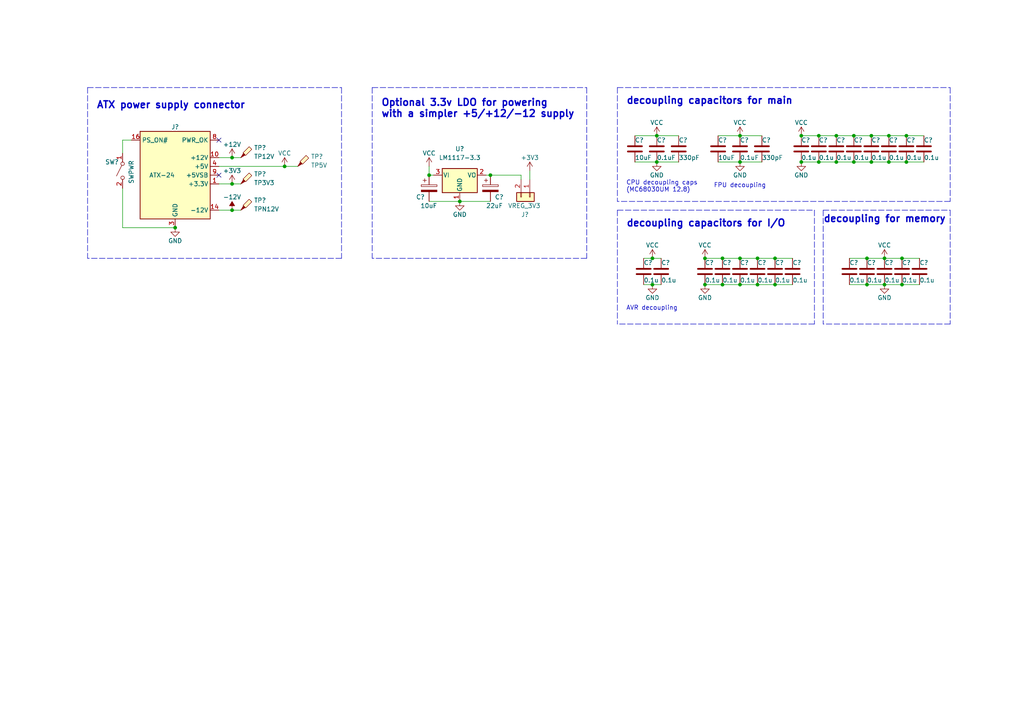
<source format=kicad_sch>
(kicad_sch (version 20211123) (generator eeschema)
  (paper "A4")
  (title_block (title "68030 computer") (date "2022-02-04") (rev "1") (comment 1 "https://github.com/jtsiomb/m68kcomputer2") (comment 2 "Free hardware design - GNU General Public License v3") (comment 3 "Copyright (C) 2022 John Tsiombikas <nuclear@member.fsf.org>"))
  (lib_symbols
    (symbol "Connector:ATX-24"
      (property "Reference" "J" (at -8.89 13.97 0))
      (property "Value" "ATX-24" (at 6.35 13.97 0))
      (symbol "ATX-24_0_1"
        (rectangle (start -10.16 12.7) (end 10.16 -12.7) (stroke (width 0.254)) (fill (type background)))
      )
      (symbol "ATX-24_1_1"
        (pin power_out line (at 12.7 -2.54 180) (length 2.54) (name "+3.3V") (number "1"))
        (pin power_out line (at 12.7 5.08 180) (length 2.54) (name "+12V") (number "10"))
        (pin passive line (at 12.7 5.08 180) (length 2.54) hide (name "+12V") (number "11"))
        (pin passive line (at 12.7 -2.54 180) (length 2.54) hide (name "+3.3V") (number "12"))
        (pin passive line (at 12.7 -2.54 180) (length 2.54) hide (name "+3.3V") (number "13"))
        (pin power_out line (at 12.7 -10.16 180) (length 2.54) (name "-12V") (number "14"))
        (pin passive line (at 0 -15.24 90) (length 2.54) hide (name "GND") (number "15"))
        (pin open_collector line (at -12.7 10.16 0) (length 2.54) (name "PS_ON#") (number "16"))
        (pin passive line (at 0 -15.24 90) (length 2.54) hide (name "GND") (number "17"))
        (pin passive line (at 0 -15.24 90) (length 2.54) hide (name "GND") (number "18"))
        (pin passive line (at 0 -15.24 90) (length 2.54) hide (name "GND") (number "19"))
        (pin passive line (at 12.7 -2.54 180) (length 2.54) hide (name "+3.3V") (number "2"))
        (pin no_connect line (at -10.16 0 0) (length 2.54) hide (name "NC") (number "20"))
        (pin passive line (at 12.7 2.54 180) (length 2.54) hide (name "+5V") (number "21"))
        (pin passive line (at 12.7 2.54 180) (length 2.54) hide (name "+5V") (number "22"))
        (pin passive line (at 12.7 2.54 180) (length 2.54) hide (name "+5V") (number "23"))
        (pin passive line (at 0 -15.24 90) (length 2.54) hide (name "GND") (number "24"))
        (pin power_out line (at 0 -15.24 90) (length 2.54) (name "GND") (number "3"))
        (pin power_out line (at 12.7 2.54 180) (length 2.54) (name "+5V") (number "4"))
        (pin passive line (at 0 -15.24 90) (length 2.54) hide (name "GND") (number "5"))
        (pin passive line (at 12.7 2.54 180) (length 2.54) hide (name "+5V") (number "6"))
        (pin passive line (at 0 -15.24 90) (length 2.54) hide (name "GND") (number "7"))
        (pin output line (at 12.7 10.16 180) (length 2.54) (name "PWR_OK") (number "8"))
        (pin power_out line (at 12.7 0 180) (length 2.54) (name "+5VSB") (number "9"))
      )
    )
    (symbol "Connector:TestPoint_Probe" (pin_numbers hide) (pin_names (offset 0.762) hide)
      (property "Reference" "TP" (at 1.651 5.842 0))
      (property "Value" "TestPoint_Probe" (at 1.651 4.064 0))
      (symbol "TestPoint_Probe_0_1"
        (polyline (pts (xy 1.27 0.762) (xy 0 0) (xy 0.762 1.27) (xy 1.27 0.762)) (fill (type outline)))
        (polyline (pts (xy 1.397 0.635) (xy 0.635 1.397) (xy 2.413 3.175) (xy 3.175 2.413) (xy 1.397 0.635)) (fill (type background)))
      )
      (symbol "TestPoint_Probe_1_1"
        (pin passive line (at 0 0 90) (length 0) (name "1") (number "1"))
      )
    )
    (symbol "Connector_Generic:Conn_01x02" (pin_names (offset 1.016) hide)
      (property "Reference" "J" (at 0 2.54 0))
      (property "Value" "Conn_01x02" (at 0 -5.08 0))
      (symbol "Conn_01x02_1_1"
        (rectangle (start -1.27 -2.413) (end 0 -2.667) (stroke (width 0.1524)))
        (rectangle (start -1.27 0.127) (end 0 -0.127) (stroke (width 0.1524)))
        (rectangle (start -1.27 1.27) (end 1.27 -3.81) (stroke (width 0.254)) (fill (type background)))
        (pin passive line (at -5.08 0 0) (length 3.81) (name "Pin_1") (number "1"))
        (pin passive line (at -5.08 -2.54 0) (length 3.81) (name "Pin_2") (number "2"))
      )
    )
    (symbol "Device:C" (pin_numbers hide) (pin_names (offset 0.254))
      (property "Reference" "C" (at 0.635 2.54 0))
      (property "Value" "C" (at 0.635 -2.54 0))
      (symbol "C_0_1"
        (polyline (pts (xy -2.032 -0.762) (xy 2.032 -0.762)) (stroke (width 0.508)))
        (polyline (pts (xy -2.032 0.762) (xy 2.032 0.762)) (stroke (width 0.508)))
      )
      (symbol "C_1_1"
        (pin passive line (at 0 3.81 270) (length 2.794) (name "~") (number "1"))
        (pin passive line (at 0 -3.81 90) (length 2.794) (name "~") (number "2"))
      )
    )
    (symbol "Device:C_Polarized" (pin_numbers hide) (pin_names (offset 0.254))
      (property "Reference" "C" (at 0.635 2.54 0))
      (property "Value" "C_Polarized" (at 0.635 -2.54 0))
      (symbol "C_Polarized_0_1"
        (rectangle (start -2.286 0.508) (end 2.286 1.016))
        (polyline (pts (xy -1.778 2.286) (xy -0.762 2.286)))
        (polyline (pts (xy -1.27 2.794) (xy -1.27 1.778)))
        (rectangle (start 2.286 -0.508) (end -2.286 -1.016) (fill (type outline)))
      )
      (symbol "C_Polarized_1_1"
        (pin passive line (at 0 3.81 270) (length 2.794) (name "~") (number "1"))
        (pin passive line (at 0 -3.81 90) (length 2.794) (name "~") (number "2"))
      )
    )
    (symbol "Regulator_Linear:LM1117-3.3" (pin_names (offset 0.254))
      (property "Reference" "U" (at -3.81 3.175 0))
      (property "Value" "LM1117-3.3" (at 0 3.175 0))
      (symbol "LM1117-3.3_0_1"
        (rectangle (start -5.08 -5.08) (end 5.08 1.905) (stroke (width 0.254)) (fill (type background)))
      )
      (symbol "LM1117-3.3_1_1"
        (pin power_in line (at 0 -7.62 90) (length 2.54) (name "GND") (number "1"))
        (pin power_out line (at 7.62 0 180) (length 2.54) (name "VO") (number "2"))
        (pin power_in line (at -7.62 0 0) (length 2.54) (name "VI") (number "3"))
      )
    )
    (symbol "Switch:SW_SPST" (pin_names (offset 0) hide)
      (property "Reference" "SW" (at 0 3.175 0))
      (property "Value" "SW_SPST" (at 0 -2.54 0))
      (symbol "SW_SPST_0_0"
        (circle (center -2.032 0) (radius 0.508))
        (polyline (pts (xy -1.524 0.254) (xy 1.524 1.778)))
        (circle (center 2.032 0) (radius 0.508))
      )
      (symbol "SW_SPST_1_1"
        (pin passive line (at -5.08 0 0) (length 2.54) (name "A") (number "1"))
        (pin passive line (at 5.08 0 180) (length 2.54) (name "B") (number "2"))
      )
    )
    (symbol "power:+12V" (power) (pin_names (offset 0))
      (property "Value" "+12V" (at 0 3.556 0))
      (symbol "+12V_0_1"
        (polyline (pts (xy -0.762 1.27) (xy 0 2.54)))
        (polyline (pts (xy 0 0) (xy 0 2.54)))
        (polyline (pts (xy 0 2.54) (xy 0.762 1.27)))
      )
      (symbol "+12V_1_1"
        (pin power_in line (at 0 0 90) (length 0) hide (name "+12V") (number "1"))
      )
    )
    (symbol "power:+3V3" (power) (pin_names (offset 0))
      (property "Value" "+3V3" (at 0 3.556 0))
      (symbol "+3V3_0_1"
        (polyline (pts (xy -0.762 1.27) (xy 0 2.54)))
        (polyline (pts (xy 0 0) (xy 0 2.54)))
        (polyline (pts (xy 0 2.54) (xy 0.762 1.27)))
      )
      (symbol "+3V3_1_1"
        (pin power_in line (at 0 0 90) (length 0) hide (name "+3V3") (number "1"))
      )
    )
    (symbol "power:-12V" (power) (pin_names (offset 0))
      (property "Value" "-12V" (at 0 3.81 0))
      (symbol "-12V_0_0"
        (pin power_in line (at 0 0 90) (length 0) hide (name "-12V") (number "1"))
      )
      (symbol "-12V_0_1"
        (polyline (pts (xy 0 0) (xy 0 1.27) (xy 0.762 1.27) (xy 0 2.54) (xy -0.762 1.27) (xy 0 1.27)) (fill (type outline)))
      )
    )
    (symbol "power:GND" (power) (pin_names (offset 0))
      (property "Value" "GND" (at 0 -3.81 0))
      (symbol "GND_0_1"
        (polyline (pts (xy 0 0) (xy 0 -1.27) (xy 1.27 -1.27) (xy 0 -2.54) (xy -1.27 -1.27) (xy 0 -1.27)))
      )
      (symbol "GND_1_1"
        (pin power_in line (at 0 0 270) (length 0) hide (name "GND") (number "1"))
      )
    )
    (symbol "power:VCC" (power) (pin_names (offset 0))
      (property "Value" "VCC" (at 0 3.81 0))
      (symbol "VCC_0_1"
        (polyline (pts (xy -0.762 1.27) (xy 0 2.54)))
        (polyline (pts (xy 0 0) (xy 0 2.54)))
        (polyline (pts (xy 0 2.54) (xy 0.762 1.27)))
      )
      (symbol "VCC_1_1"
        (pin power_in line (at 0 0 90) (length 0) hide (name "VCC") (number "1"))
      )
    )
  )
  (junction (at 214.63 46.99))
  (junction (at 209.55 82.55))
  (junction (at 251.46 74.93))
  (junction (at 190.5 46.99))
  (junction (at 214.63 39.37))
  (junction (at 256.54 74.93))
  (junction (at 209.55 74.93))
  (junction (at 247.65 39.37))
  (junction (at 50.8 66.04))
  (junction (at 237.49 46.99))
  (junction (at 224.79 82.55))
  (junction (at 257.81 46.99))
  (junction (at 262.89 46.99))
  (junction (at 262.89 39.37))
  (junction (at 142.24 50.8))
  (junction (at 219.71 74.93))
  (junction (at 189.23 82.55))
  (junction (at 237.49 39.37))
  (junction (at 82.55 48.26))
  (junction (at 189.23 74.93))
  (junction (at 242.57 39.37))
  (junction (at 252.73 39.37))
  (junction (at 214.63 82.55))
  (junction (at 247.65 46.99))
  (junction (at 251.46 82.55))
  (junction (at 67.31 60.96))
  (junction (at 67.31 53.34))
  (junction (at 232.41 46.99))
  (junction (at 204.47 74.93))
  (junction (at 257.81 39.37))
  (junction (at 133.35 58.42))
  (junction (at 204.47 82.55))
  (junction (at 214.63 74.93))
  (junction (at 261.62 74.93))
  (junction (at 124.46 50.8))
  (junction (at 232.41 39.37))
  (junction (at 219.71 82.55))
  (junction (at 190.5 39.37))
  (junction (at 224.79 74.93))
  (junction (at 252.73 46.99))
  (junction (at 256.54 82.55))
  (junction (at 242.57 46.99))
  (junction (at 67.31 45.72))
  (junction (at 261.62 82.55))
  (no_connect (at 63.5 50.8))
  (no_connect (at 63.5 40.64))
  (wire (pts (xy 262.89 39.37) (xy 267.97 39.37)))
  (polyline (pts (xy 238.76 60.96) (xy 275.59 60.96)))
  (wire (pts (xy 63.5 53.34) (xy 67.31 53.34)))
  (wire (pts (xy 242.57 39.37) (xy 247.65 39.37)))
  (wire (pts (xy 184.15 39.37) (xy 190.5 39.37)))
  (wire (pts (xy 204.47 74.93) (xy 209.55 74.93)))
  (wire (pts (xy 257.81 39.37) (xy 262.89 39.37)))
  (wire (pts (xy 63.5 60.96) (xy 67.31 60.96)))
  (wire (pts (xy 133.35 58.42) (xy 142.24 58.42)))
  (wire (pts (xy 204.47 82.55) (xy 209.55 82.55)))
  (wire (pts (xy 251.46 82.55) (xy 256.54 82.55)))
  (wire (pts (xy 261.62 74.93) (xy 266.7 74.93)))
  (wire (pts (xy 256.54 82.55) (xy 261.62 82.55)))
  (wire (pts (xy 124.46 58.42) (xy 133.35 58.42)))
  (polyline (pts (xy 107.95 25.4) (xy 170.18 25.4)))
  (wire (pts (xy 208.28 39.37) (xy 214.63 39.37)))
  (wire (pts (xy 189.23 74.93) (xy 191.77 74.93)))
  (wire (pts (xy 209.55 82.55) (xy 214.63 82.55)))
  (polyline (pts (xy 236.22 93.98) (xy 179.07 93.98)))
  (wire (pts (xy 214.63 46.99) (xy 220.98 46.99)))
  (wire (pts (xy 251.46 74.93) (xy 256.54 74.93)))
  (wire (pts (xy 262.89 46.99) (xy 267.97 46.99)))
  (wire (pts (xy 125.73 50.8) (xy 124.46 50.8)))
  (wire (pts (xy 140.97 50.8) (xy 142.24 50.8)))
  (wire (pts (xy 186.69 74.93) (xy 189.23 74.93)))
  (wire (pts (xy 63.5 48.26) (xy 82.55 48.26)))
  (wire (pts (xy 247.65 46.99) (xy 252.73 46.99)))
  (wire (pts (xy 35.56 66.04) (xy 50.8 66.04)))
  (wire (pts (xy 190.5 46.99) (xy 196.85 46.99)))
  (wire (pts (xy 67.31 53.34) (xy 69.85 53.34)))
  (wire (pts (xy 224.79 74.93) (xy 229.87 74.93)))
  (wire (pts (xy 214.63 82.55) (xy 219.71 82.55)))
  (polyline (pts (xy 275.59 60.96) (xy 275.59 93.98)))
  (wire (pts (xy 232.41 46.99) (xy 237.49 46.99)))
  (polyline (pts (xy 275.59 58.42) (xy 179.07 58.42)))
  (wire (pts (xy 124.46 48.26) (xy 124.46 50.8)))
  (wire (pts (xy 184.15 46.99) (xy 190.5 46.99)))
  (wire (pts (xy 224.79 82.55) (xy 229.87 82.55)))
  (wire (pts (xy 189.23 82.55) (xy 191.77 82.55)))
  (wire (pts (xy 35.56 40.64) (xy 35.56 44.45)))
  (polyline (pts (xy 179.07 60.96) (xy 236.22 60.96)))
  (polyline (pts (xy 99.06 74.93) (xy 25.4 74.93)))
  (wire (pts (xy 219.71 82.55) (xy 224.79 82.55)))
  (wire (pts (xy 153.67 52.07) (xy 153.67 49.53)))
  (wire (pts (xy 142.24 50.8) (xy 151.13 50.8)))
  (polyline (pts (xy 179.07 25.4) (xy 179.07 58.42)))
  (wire (pts (xy 242.57 46.99) (xy 247.65 46.99)))
  (polyline (pts (xy 170.18 25.4) (xy 170.18 74.93)))
  (wire (pts (xy 252.73 39.37) (xy 257.81 39.37)))
  (wire (pts (xy 190.5 39.37) (xy 196.85 39.37)))
  (wire (pts (xy 256.54 74.93) (xy 261.62 74.93)))
  (wire (pts (xy 67.31 60.96) (xy 69.85 60.96)))
  (wire (pts (xy 252.73 46.99) (xy 257.81 46.99)))
  (polyline (pts (xy 275.59 93.98) (xy 238.76 93.98)))
  (wire (pts (xy 214.63 39.37) (xy 220.98 39.37)))
  (wire (pts (xy 35.56 54.61) (xy 35.56 66.04)))
  (wire (pts (xy 67.31 45.72) (xy 69.85 45.72)))
  (wire (pts (xy 214.63 74.93) (xy 219.71 74.93)))
  (polyline (pts (xy 107.95 25.4) (xy 107.95 74.93)))
  (wire (pts (xy 186.69 82.55) (xy 189.23 82.55)))
  (wire (pts (xy 82.55 48.26) (xy 86.36 48.26)))
  (wire (pts (xy 209.55 74.93) (xy 214.63 74.93)))
  (polyline (pts (xy 238.76 60.96) (xy 238.76 93.98)))
  (polyline (pts (xy 275.59 25.4) (xy 275.59 58.42)))
  (polyline (pts (xy 170.18 74.93) (xy 107.95 74.93)))
  (polyline (pts (xy 25.4 25.4) (xy 99.06 25.4)))
  (wire (pts (xy 246.38 74.93) (xy 251.46 74.93)))
  (wire (pts (xy 246.38 82.55) (xy 251.46 82.55)))
  (polyline (pts (xy 179.07 25.4) (xy 275.59 25.4)))
  (wire (pts (xy 237.49 39.37) (xy 242.57 39.37)))
  (wire (pts (xy 219.71 74.93) (xy 224.79 74.93)))
  (wire (pts (xy 151.13 50.8) (xy 151.13 52.07)))
  (wire (pts (xy 35.56 40.64) (xy 38.1 40.64)))
  (wire (pts (xy 208.28 46.99) (xy 214.63 46.99)))
  (polyline (pts (xy 179.07 60.96) (xy 179.07 93.98)))
  (wire (pts (xy 63.5 45.72) (xy 67.31 45.72)))
  (wire (pts (xy 237.49 46.99) (xy 242.57 46.99)))
  (polyline (pts (xy 236.22 60.96) (xy 236.22 93.98)))
  (polyline (pts (xy 99.06 25.4) (xy 99.06 74.93)))
  (wire (pts (xy 232.41 39.37) (xy 237.49 39.37)))
  (polyline (pts (xy 25.4 25.4) (xy 25.4 74.93)))
  (wire (pts (xy 247.65 39.37) (xy 252.73 39.37)))
  (wire (pts (xy 257.81 46.99) (xy 262.89 46.99)))
  (wire (pts (xy 261.62 82.55) (xy 266.7 82.55)))
  (text "ATX power supply connector" (at 27.94 31.75 0) (effects (font (size 2 2) (thickness 0.4) bold) (justify left bottom)))
  (text "decoupling capacitors for main" (at 181.61 30.48 0) (effects (font (size 2 2) (thickness 0.4) bold) (justify left bottom)))
  (text "decoupling capacitors for I/O" (at 181.61 66.04 0) (effects (font (size 2 2) (thickness 0.4) bold) (justify left bottom)))
  (text "AVR decoupling" (at 181.61 90.17 0) (effects (font (size 1.27 1.27)) (justify left bottom)))
  (text "CPU decoupling caps\n(MC68030UM 12.8)" (at 181.61 55.88 0) (effects (font (size 1.27 1.27)) (justify left bottom)))
  (text "decoupling for memory" (at 238.76 64.77 0) (effects (font (size 2 2) (thickness 0.4) bold) (justify left bottom)))
  (text "Optional 3.3v LDO for powering\nwith a simpler +5/+12/-12 supply" (at 110.49 34.29 0) (effects (font (size 2 2) (thickness 0.4) bold) (justify left bottom)))
  (text "FPU decoupling" (at 207.01 54.61 0) (effects (font (size 1.27 1.27)) (justify left bottom)))
  (symbol (lib_id "power:VCC") (at 214.63 39.37 0) (unit 1)
    (property "Reference" "#PWR?" (effects hide))
    (property "Value" "VCC" (at 214.63 35.56 0))
  )
  (symbol (lib_id "Connector:TestPoint_Probe") (at 69.85 60.96 0) (unit 1)
    (property "Reference" "TP?" (at 73.66 58.1024 0) (effects (justify left)))
    (property "Value" "TPN12V" (at 73.66 60.6424 0) (effects (justify left)))
  )
  (symbol (lib_id "Device:C_Polarized") (at 142.24 54.61 0) (unit 1)
    (property "Reference" "C?" (at 143.51 57.15 0) (effects (justify left)))
    (property "Value" "22uF" (at 140.97 59.69 0) (effects (justify left)))
  )
  (symbol (lib_id "Device:C") (at 267.97 43.18 0) (unit 1)
    (property "Reference" "C?" (at 267.97 40.64 0) (effects (justify left)))
    (property "Value" "0.1u" (at 267.97 45.72 0) (effects (justify left)))
  )
  (symbol (lib_id "Device:C") (at 251.46 78.74 0) (unit 1)
    (property "Reference" "C?" (at 251.46 76.2 0) (effects (justify left)))
    (property "Value" "0.1u" (at 251.46 81.28 0) (effects (justify left)))
  )
  (symbol (lib_id "power:GND") (at 190.5 46.99 0) (unit 1)
    (property "Reference" "#PWR?" (effects hide))
    (property "Value" "GND" (at 190.5 50.8 0))
  )
  (symbol (lib_id "Device:C") (at 184.15 43.18 0) (unit 1)
    (property "Reference" "C?" (at 184.15 40.64 0) (effects (justify left)))
    (property "Value" "10uF" (at 184.15 45.72 0) (effects (justify left)))
  )
  (symbol (lib_id "Device:C") (at 220.98 43.18 0) (unit 1)
    (property "Reference" "C?" (at 220.98 40.64 0) (effects (justify left)))
    (property "Value" "330pF" (at 220.98 45.72 0) (effects (justify left)))
  )
  (symbol (lib_id "power:VCC") (at 82.55 48.26 0) (unit 1)
    (property "Reference" "#PWR?" (effects hide))
    (property "Value" "VCC" (at 82.55 44.45 0))
  )
  (symbol (lib_id "Device:C") (at 237.49 43.18 0) (unit 1)
    (property "Reference" "C?" (at 237.49 40.64 0) (effects (justify left)))
    (property "Value" "0.1u" (at 237.49 45.72 0) (effects (justify left)))
  )
  (symbol (lib_id "Switch:SW_SPST") (at 35.56 49.53 90) (mirror x) (unit 1)
    (property "Reference" "SW?" (at 30.48 46.99 90) (effects (justify right)))
    (property "Value" "SWPWR" (at 38.1 53.34 0) (effects (justify right)))
  )
  (symbol (lib_id "Device:C") (at 242.57 43.18 0) (unit 1)
    (property "Reference" "C?" (at 242.57 40.64 0) (effects (justify left)))
    (property "Value" "0.1u" (at 242.57 45.72 0) (effects (justify left)))
  )
  (symbol (lib_id "Device:C") (at 262.89 43.18 0) (unit 1)
    (property "Reference" "C?" (at 262.89 40.64 0) (effects (justify left)))
    (property "Value" "0.1u" (at 262.89 45.72 0) (effects (justify left)))
  )
  (symbol (lib_id "Device:C") (at 204.47 78.74 0) (unit 1)
    (property "Reference" "C?" (at 204.47 76.2 0) (effects (justify left)))
    (property "Value" "0.1u" (at 204.47 81.28 0) (effects (justify left)))
  )
  (symbol (lib_id "power:+3V3") (at 153.67 49.53 0) (unit 1)
    (property "Reference" "#PWR?" (effects hide))
    (property "Value" "+3V3" (at 153.67 45.72 0))
  )
  (symbol (lib_id "Device:C") (at 208.28 43.18 0) (unit 1)
    (property "Reference" "C?" (at 208.28 40.64 0) (effects (justify left)))
    (property "Value" "10uF" (at 208.28 45.72 0) (effects (justify left)))
  )
  (symbol (lib_id "power:GND") (at 232.41 46.99 0) (unit 1)
    (property "Reference" "#PWR?" (effects hide))
    (property "Value" "GND" (at 232.41 50.8 0))
  )
  (symbol (lib_id "Device:C") (at 209.55 78.74 0) (unit 1)
    (property "Reference" "C?" (at 209.55 76.2 0) (effects (justify left)))
    (property "Value" "0.1u" (at 209.55 81.28 0) (effects (justify left)))
  )
  (symbol (lib_id "Device:C") (at 229.87 78.74 0) (unit 1)
    (property "Reference" "C?" (at 229.87 76.2 0) (effects (justify left)))
    (property "Value" "0.1u" (at 229.87 81.28 0) (effects (justify left)))
  )
  (symbol (lib_id "Connector_Generic:Conn_01x02") (at 153.67 57.15 270) (unit 1)
    (property "Reference" "J?" (at 151.13 62.23 90) (effects (justify left)))
    (property "Value" "VREG_3V3" (at 147.32 59.69 90) (effects (justify left)))
  )
  (symbol (lib_id "Device:C") (at 186.69 78.74 0) (unit 1)
    (property "Reference" "C?" (at 186.69 76.2 0) (effects (justify left)))
    (property "Value" "0.1u" (at 186.69 81.28 0) (effects (justify left)))
  )
  (symbol (lib_id "power:GND") (at 214.63 46.99 0) (unit 1)
    (property "Reference" "#PWR?" (effects hide))
    (property "Value" "GND" (at 214.63 50.8 0))
  )
  (symbol (lib_id "Connector:ATX-24") (at 50.8 50.8 0) (unit 1)
    (property "Reference" "J?" (at 50.8 36.83 0))
    (property "Value" "ATX-24" (at 46.99 50.8 0))
    (property "Datasheet" "https://www.intel.com/content/dam/www/public/us/en/documents/guides/power-supply-design-guide-june.pdf#page=33" (effects hide))
  )
  (symbol (lib_id "power:-12V") (at 67.31 60.96 0) (unit 1)
    (property "Reference" "#PWR?" (effects hide))
    (property "Value" "-12V" (at 67.31 57.15 0))
  )
  (symbol (lib_id "Device:C") (at 232.41 43.18 0) (unit 1)
    (property "Reference" "C?" (at 232.41 40.64 0) (effects (justify left)))
    (property "Value" "0.1u" (at 232.41 45.72 0) (effects (justify left)))
  )
  (symbol (lib_id "Device:C") (at 246.38 78.74 0) (unit 1)
    (property "Reference" "C?" (at 246.38 76.2 0) (effects (justify left)))
    (property "Value" "0.1u" (at 246.38 81.28 0) (effects (justify left)))
  )
  (symbol (lib_id "Device:C") (at 252.73 43.18 0) (unit 1)
    (property "Reference" "C?" (at 252.73 40.64 0) (effects (justify left)))
    (property "Value" "0.1u" (at 252.73 45.72 0) (effects (justify left)))
  )
  (symbol (lib_id "Device:C") (at 224.79 78.74 0) (unit 1)
    (property "Reference" "C?" (at 224.79 76.2 0) (effects (justify left)))
    (property "Value" "0.1u" (at 224.79 81.28 0) (effects (justify left)))
  )
  (symbol (lib_id "Connector:TestPoint_Probe") (at 69.85 53.34 0) (unit 1)
    (property "Reference" "TP?" (at 73.66 50.4824 0) (effects (justify left)))
    (property "Value" "TP3V3" (at 73.66 53.0224 0) (effects (justify left)))
  )
  (symbol (lib_id "power:GND") (at 204.47 82.55 0) (unit 1)
    (property "Reference" "#PWR?" (effects hide))
    (property "Value" "GND" (at 204.47 86.36 0))
  )
  (symbol (lib_id "power:VCC") (at 204.47 74.93 0) (unit 1)
    (property "Reference" "#PWR?" (effects hide))
    (property "Value" "VCC" (at 204.47 71.12 0))
  )
  (symbol (lib_id "power:VCC") (at 189.23 74.93 0) (unit 1)
    (property "Reference" "#PWR?" (effects hide))
    (property "Value" "VCC" (at 189.23 71.12 0))
  )
  (symbol (lib_id "Connector:TestPoint_Probe") (at 86.36 48.26 0) (unit 1)
    (property "Reference" "TP?" (at 90.17 45.4024 0) (effects (justify left)))
    (property "Value" "TP5V" (at 90.17 47.9424 0) (effects (justify left)))
  )
  (symbol (lib_id "power:GND") (at 256.54 82.55 0) (unit 1)
    (property "Reference" "#PWR?" (effects hide))
    (property "Value" "GND" (at 256.54 86.36 0))
  )
  (symbol (lib_id "Device:C") (at 257.81 43.18 0) (unit 1)
    (property "Reference" "C?" (at 257.81 40.64 0) (effects (justify left)))
    (property "Value" "0.1u" (at 257.81 45.72 0) (effects (justify left)))
  )
  (symbol (lib_id "Device:C") (at 247.65 43.18 0) (unit 1)
    (property "Reference" "C?" (at 247.65 40.64 0) (effects (justify left)))
    (property "Value" "0.1u" (at 247.65 45.72 0) (effects (justify left)))
  )
  (symbol (lib_id "Device:C") (at 196.85 43.18 0) (unit 1)
    (property "Reference" "C?" (at 196.85 40.64 0) (effects (justify left)))
    (property "Value" "330pF" (at 196.85 45.72 0) (effects (justify left)))
  )
  (symbol (lib_id "Device:C") (at 190.5 43.18 0) (unit 1)
    (property "Reference" "C?" (at 190.5 40.64 0) (effects (justify left)))
    (property "Value" "0.1uF" (at 190.5 45.72 0) (effects (justify left)))
  )
  (symbol (lib_id "power:+12V") (at 67.31 45.72 0) (unit 1)
    (property "Reference" "#PWR?" (effects hide))
    (property "Value" "+12V" (at 67.31 41.91 0))
  )
  (symbol (lib_id "Connector:TestPoint_Probe") (at 69.85 45.72 0) (unit 1)
    (property "Reference" "TP?" (at 73.66 42.8624 0) (effects (justify left)))
    (property "Value" "TP12V" (at 73.66 45.4024 0) (effects (justify left)))
  )
  (symbol (lib_id "Device:C") (at 214.63 43.18 0) (unit 1)
    (property "Reference" "C?" (at 214.63 40.64 0) (effects (justify left)))
    (property "Value" "0.1uF" (at 214.63 45.72 0) (effects (justify left)))
  )
  (symbol (lib_id "power:GND") (at 50.8 66.04 0) (unit 1)
    (property "Reference" "#PWR?" (effects hide))
    (property "Value" "GND" (at 50.8 69.85 0))
  )
  (symbol (lib_id "power:+3V3") (at 67.31 53.34 0) (unit 1)
    (property "Reference" "#PWR?" (effects hide))
    (property "Value" "+3V3" (at 67.31 49.53 0))
  )
  (symbol (lib_id "Device:C") (at 261.62 78.74 0) (unit 1)
    (property "Reference" "C?" (at 261.62 76.2 0) (effects (justify left)))
    (property "Value" "0.1u" (at 261.62 81.28 0) (effects (justify left)))
  )
  (symbol (lib_id "Device:C") (at 214.63 78.74 0) (unit 1)
    (property "Reference" "C?" (at 214.63 76.2 0) (effects (justify left)))
    (property "Value" "0.1u" (at 214.63 81.28 0) (effects (justify left)))
  )
  (symbol (lib_id "power:VCC") (at 256.54 74.93 0) (unit 1)
    (property "Reference" "#PWR?" (effects hide))
    (property "Value" "VCC" (at 256.54 71.12 0))
  )
  (symbol (lib_id "Device:C") (at 191.77 78.74 0) (unit 1)
    (property "Reference" "C?" (at 191.77 76.2 0) (effects (justify left)))
    (property "Value" "0.1u" (at 191.77 81.28 0) (effects (justify left)))
  )
  (symbol (lib_id "Device:C") (at 219.71 78.74 0) (unit 1)
    (property "Reference" "C?" (at 219.71 76.2 0) (effects (justify left)))
    (property "Value" "0.1u" (at 219.71 81.28 0) (effects (justify left)))
  )
  (symbol (lib_id "power:VCC") (at 232.41 39.37 0) (unit 1)
    (property "Reference" "#PWR?" (effects hide))
    (property "Value" "VCC" (at 232.41 35.56 0))
  )
  (symbol (lib_id "Device:C") (at 266.7 78.74 0) (unit 1)
    (property "Reference" "C?" (at 266.7 76.2 0) (effects (justify left)))
    (property "Value" "0.1u" (at 266.7 81.28 0) (effects (justify left)))
  )
  (symbol (lib_id "Regulator_Linear:LM1117-3.3") (at 133.35 50.8 0) (unit 1)
    (property "Reference" "U?" (at 133.35 43.18 0))
    (property "Value" "LM1117-3.3" (at 133.35 45.72 0))
    (property "Datasheet" "http://www.ti.com/lit/ds/symlink/lm1117.pdf" (effects hide))
  )
  (symbol (lib_id "power:VCC") (at 124.46 48.26 0) (unit 1)
    (property "Reference" "#PWR?" (effects hide))
    (property "Value" "VCC" (at 124.46 44.45 0))
  )
  (symbol (lib_id "Device:C") (at 256.54 78.74 0) (unit 1)
    (property "Reference" "C?" (at 256.54 76.2 0) (effects (justify left)))
    (property "Value" "0.1u" (at 256.54 81.28 0) (effects (justify left)))
  )
  (symbol (lib_id "power:VCC") (at 190.5 39.37 0) (unit 1)
    (property "Reference" "#PWR?" (effects hide))
    (property "Value" "VCC" (at 190.5 35.56 0))
  )
  (symbol (lib_id "Device:C_Polarized") (at 124.46 54.61 0) (unit 1)
    (property "Reference" "C?" (at 120.65 57.15 0) (effects (justify left)))
    (property "Value" "10uF" (at 121.92 59.69 0) (effects (justify left)))
  )
  (symbol (lib_id "power:GND") (at 133.35 58.42 0) (unit 1)
    (property "Reference" "#PWR?" (effects hide))
    (property "Value" "GND" (at 133.35 62.23 0))
  )
  (symbol (lib_id "power:GND") (at 189.23 82.55 0) (unit 1)
    (property "Reference" "#PWR?" (effects hide))
    (property "Value" "GND" (at 189.23 86.36 0))
  )
)
</source>
